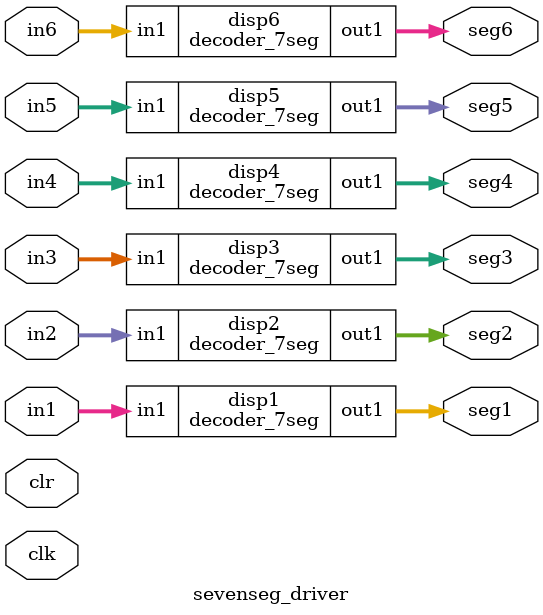
<source format=v>
module TLC_topModule_labsland(
    input CLOCK_50,
    input [5:0] SW,                       // reset,ena,sensor1.sensor2,peakoffpeak
    output [17:0] LEDR,                   //each LED represnts one traffic light so 6*3=18
    output [6:0] HEX0,                    
    output [6:0] HEX1,
    output [6:0] HEX2,
    output [6:0] HEX3,
    output [6:0] HEX4,
    output [6:0] HEX5,
    output [3:0] LEDG
);

    wire reset, ena,sensor1, sensor2,peak1;
    wire [1:0] TL1,TL2,TL3,TL4,TL5,TL6;
    wire peak,pm;
    wire [7:0] hh, mm, ss;
    wire [3:0] an;
    wire clk;
    localparam log2_slow_down_factor = 25;
    reg[24:0] counter = 0;
    assign clk = counter[24];
    always @(posedge CLOCK_50) counter = counter + 1;
    wire [7:0] timer;
    
     

    assign reset = ~SW[0];
    assign ena =   ~SW[1];
    assign sensor1 = SW[2];
    assign sensor2 = SW[3];
    assign peak = SW[4];
    assign peak1 = SW[5];
    assign an[0] = pm;

    assign LEDR[0] = (TL1 == 0)? 1:0;
    assign LEDR[1] = (TL1 == 1)? 1:0;
    assign LEDR[2] = (TL1 == 2)? 1:0;
    assign LEDR[3] = (TL2 == 0)? 1:0;
    assign LEDR[4] = (TL2 == 1)? 1:0;
    assign LEDR[5] = (TL2 == 2)? 1:0;
    assign LEDR[6] = (TL3 == 0)? 1:0;
    assign LEDR[7] = (TL3 == 1)? 1:0;
    assign LEDR[8] = (TL3 == 2)? 1:0;
    assign LEDR[9] = (TL4 == 0)? 1:0;
    assign LEDR[10] = (TL4 == 1)? 1:0;
    assign LEDR[11] = (TL4 == 2)? 1:0;
    assign LEDR[12] = (TL5 == 0)? 1:0;
    assign LEDR[13] = (TL5 == 1)? 1:0;
    assign LEDR[14] = (TL5 == 2)? 1:0;
    assign LEDR[15] = (TL6 == 0)? 1:0;
    assign LEDR[16] = (TL6 == 1)? 1:0;
    assign LEDR[17] = (TL6 == 2)? 1:0;

    assign LEDG = an;

TwelveHourBCDclock BCD_clk(
    .clk(clk),
    .ena(ena),
    .reset(reset),
    .hh(hh),
    .mm(mm),
    .ss(ss),
    .pm(pm)
);

peak_offpeak BCD_peak(
    .hours(hh),
    .pm(pm),
    .peak1(peak1)
);

TLC_main Tlc_1(
    .clk(clk),
    .reset(reset),
    .sensor1(sensor1),
    .sensor2(sensor2),
    .TL1(TL1),
    .TL2(TL2),
    .TL3(TL3),
    .TL4(TL4),
    .TL5(TL5),
    .TL6(TL6),
    .peak(peak),
    .Timer(timer)
);

sevenseg_driver timer1(
 .clk(clk), 
 .clr(1'b0), 
 .in1(hh[7:4]), 
 .in2(hh[3:0]), 
 .in3(mm[7:4]), 
 .in4(mm[3:0]),
 .in5(ss[7:4]),
 .in6(ss[3:0]),
 .seg1(HEX5), 
 .seg2(HEX4), 
 .seg3(HEX3), 
 .seg4(HEX2),
 .seg5(HEX1),
 .seg6(HEX0));


endmodule


module decoder_7seg(in1,out1);

  input [3:0] in1;
  output reg [6:0] out1;

  always @ (in1)
    case (in1)
      4'b0000 : out1=7'b1000000; //0
      4'b0001 : out1=7'b1111001; //1
      4'b0010 : out1=7'b0100100; //2
      4'b0011 : out1=7'b0110000; //3
      4'b0100 : out1=7'b0011001; //4
      4'b0101 : out1=7'b0010010; //5
      4'b0110 : out1=7'b0000010; //6
      4'b0111 : out1=7'b1111000; //7
      4'b1000 : out1=7'b0000000; //8
      4'b1001 : out1=7'b0010000; //9
      4'b1010 : out1=7'b0001000; //A
      4'b1011 : out1=7'b0000011; //B
      4'b1100 : out1=7'b1000110; //C
      4'b1101 : out1=7'b0100001; //D
      4'b1110 : out1=7'b0000110; //E
      4'b1111 : out1=7'b0001110; //F
    endcase
      
endmodule

module sevenseg_driver(clk,clr,in1,in2,in3,in4,in5,in6,seg1,seg2, seg3, seg4,seg5,seg6);

  input clk;
  input clr;
  input [3:0] in1, in2, in3, in4, in5, in6;

  output [6:0] seg1;
  output [6:0] seg2;
  output [6:0] seg3;
  output [6:0] seg4;
  output [6:0] seg5;
  output [6:0] seg6;



  decoder_7seg disp1(in1,seg1);
  decoder_7seg disp2(in2,seg2);
  decoder_7seg disp3(in3,seg3);
  decoder_7seg disp4(in4,seg4);
  decoder_7seg disp5(in5,seg5);
  decoder_7seg disp6(in6,seg6);
    

endmodule
    


















</source>
